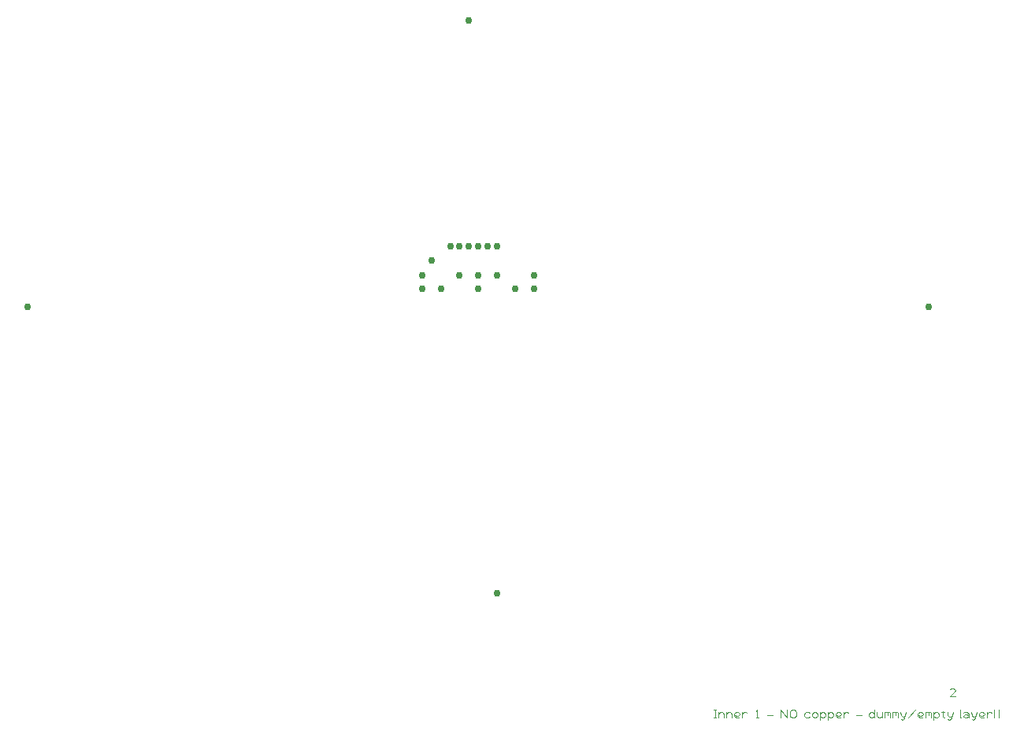
<source format=gbr>
G04 GENERATED BY PULSONIX 7.0 GERBER.DLL 4573*
%INHILLSTAR_95X60_4LAYER_EL_V1_0_2*%
%LNGERBER_INNER1*%
%FSLAX33Y33*%
%IPPOS*%
%LPD*%
%OFA0B0*%
%MOMM*%
%ADD15C,0.125*%
%ADD1893C,0.750*%
X0Y0D02*
D02*
D15*
X155591Y84852D02*
X155885Y84852D01*
X155738D02*
X155738Y85734D01*
X155591D02*
X155885Y85734D01*
X156128Y84852D02*
X156128Y85440D01*
Y85219D02*
X156202Y85367D01*
X156349Y85440*
X156496*
X156643Y85367*
X156716Y85219*
Y84852*
X156978D02*
X156978Y85440D01*
Y85219D02*
X157052Y85367D01*
X157199Y85440*
X157346*
X157493Y85367*
X157566Y85219*
Y84852*
X158416Y84925D02*
X158343Y84852D01*
X158196*
X158049*
X157902Y84925*
X157828Y85072*
Y85293*
X157902Y85367*
X158049Y85440*
X158196*
X158343Y85367*
X158416Y85293*
Y85219*
X158343Y85146*
X158196Y85072*
X158049*
X157902Y85146*
X157828Y85219*
X158678Y84852D02*
X158678Y85440D01*
Y85219D02*
X158752Y85367D01*
X158899Y85440*
X159046*
X159193Y85367*
X160138Y84852D02*
X160432Y84852D01*
X160285D02*
X160285Y85734D01*
X160138Y85587*
X161378Y85146D02*
X161966Y85146D01*
X162766Y84852D02*
X162766Y85734D01*
X163501Y84852*
Y85734*
X163778Y85146D02*
X163778Y85440D01*
X163852Y85587*
X163925Y85661*
X164072Y85734*
X164219*
X164366Y85661*
X164440Y85587*
X164513Y85440*
Y85146*
X164440Y84999*
X164366Y84925*
X164219Y84852*
X164072*
X163925Y84925*
X163852Y84999*
X163778Y85146*
X165916Y85367D02*
X165769Y85440D01*
X165549*
X165402Y85367*
X165328Y85219*
Y85072*
X165402Y84925*
X165549Y84852*
X165769*
X165916Y84925*
X166178Y85072D02*
X166252Y84925D01*
X166399Y84852*
X166546*
X166693Y84925*
X166766Y85072*
Y85219*
X166693Y85367*
X166546Y85440*
X166399*
X166252Y85367*
X166178Y85219*
Y85072*
X167028Y85440D02*
X167028Y84631D01*
Y85072D02*
X167102Y84925D01*
X167249Y84852*
X167396*
X167543Y84925*
X167616Y85072*
Y85219*
X167543Y85367*
X167396Y85440*
X167249*
X167102Y85367*
X167028Y85219*
Y85072*
X167878Y85440D02*
X167878Y84631D01*
Y85072D02*
X167952Y84925D01*
X168099Y84852*
X168246*
X168393Y84925*
X168466Y85072*
Y85219*
X168393Y85367*
X168246Y85440*
X168099*
X167952Y85367*
X167878Y85219*
Y85072*
X169316Y84925D02*
X169243Y84852D01*
X169096*
X168949*
X168802Y84925*
X168728Y85072*
Y85293*
X168802Y85367*
X168949Y85440*
X169096*
X169243Y85367*
X169316Y85293*
Y85219*
X169243Y85146*
X169096Y85072*
X168949*
X168802Y85146*
X168728Y85219*
X169578Y84852D02*
X169578Y85440D01*
Y85219D02*
X169652Y85367D01*
X169799Y85440*
X169946*
X170093Y85367*
X170891Y85146D02*
X171479Y85146D01*
X172866Y85219D02*
X172793Y85367D01*
X172646Y85440*
X172499*
X172352Y85367*
X172278Y85219*
Y85072*
X172352Y84925*
X172499Y84852*
X172646*
X172793Y84925*
X172866Y85072*
Y84852D02*
X172866Y85734D01*
X173128Y85440D02*
X173128Y85072D01*
X173202Y84925*
X173349Y84852*
X173496*
X173643Y84925*
X173716Y85072*
Y85440D02*
X173716Y84852D01*
X173978D02*
X173978Y85440D01*
Y85367D02*
X174052Y85440D01*
X174199*
X174272Y85367*
Y85146*
Y85367D02*
X174346Y85440D01*
X174493*
X174566Y85367*
Y84852*
X174828D02*
X174828Y85440D01*
Y85367D02*
X174902Y85440D01*
X175049*
X175122Y85367*
Y85146*
Y85367D02*
X175196Y85440D01*
X175343*
X175416Y85367*
Y84852*
X175678Y85440D02*
X175752Y85146D01*
X175899Y84999*
X176046*
X176193Y85146*
X176266Y85440*
X176193Y85146D02*
X176119Y84852D01*
X176046Y84705*
X175899Y84631*
X175752Y84705*
X176528Y84852D02*
X177263Y85734D01*
X178129Y84925D02*
X178055Y84852D01*
X177908*
X177761*
X177614Y84925*
X177541Y85072*
Y85293*
X177614Y85367*
X177761Y85440*
X177908*
X178055Y85367*
X178129Y85293*
Y85219*
X178055Y85146*
X177908Y85072*
X177761*
X177614Y85146*
X177541Y85219*
X178391Y84852D02*
X178391Y85440D01*
Y85367D02*
X178464Y85440D01*
X178611*
X178685Y85367*
Y85146*
Y85367D02*
X178758Y85440D01*
X178905*
X178979Y85367*
Y84852*
X179241Y85440D02*
X179241Y84631D01*
Y85072D02*
X179314Y84925D01*
X179461Y84852*
X179608*
X179755Y84925*
X179829Y85072*
Y85219*
X179755Y85367*
X179608Y85440*
X179461*
X179314Y85367*
X179241Y85219*
Y85072*
X180091Y85440D02*
X180385Y85440D01*
X180238Y85587D02*
X180238Y84925D01*
X180311Y84852*
X180385*
X180458Y84925*
X180716Y85440D02*
X180789Y85146D01*
X180936Y84999*
X181083*
X181230Y85146*
X181304Y85440*
X181230Y85146D02*
X181157Y84852D01*
X181083Y84705*
X180936Y84631*
X180789Y84705*
X182177Y84852D02*
X182103Y84852D01*
Y85734*
X182416Y85367D02*
X182563Y85440D01*
X182783*
X182930Y85367*
X183004Y85219*
Y84999*
X182930Y84925*
X182783Y84852*
X182636*
X182489Y84925*
X182416Y84999*
Y85072*
X182489Y85146*
X182636Y85219*
X182783*
X182930Y85146*
X183004Y85072*
Y84999D02*
X183004Y84852D01*
X183266Y85440D02*
X183339Y85146D01*
X183486Y84999*
X183633*
X183780Y85146*
X183854Y85440*
X183780Y85146D02*
X183707Y84852D01*
X183633Y84705*
X183486Y84631*
X183339Y84705*
X184704Y84925D02*
X184630Y84852D01*
X184483*
X184336*
X184189Y84925*
X184116Y85072*
Y85293*
X184189Y85367*
X184336Y85440*
X184483*
X184630Y85367*
X184704Y85293*
Y85219*
X184630Y85146*
X184483Y85072*
X184336*
X184189Y85146*
X184116Y85219*
X184966Y84852D02*
X184966Y85440D01*
Y85219D02*
X185039Y85367D01*
X185186Y85440*
X185333*
X185480Y85367*
X185741Y84852D02*
X185742Y84853D01*
Y84999D02*
X185741Y85734D01*
X186278Y84852D02*
X186279Y84853D01*
Y84999D02*
X186278Y85734D01*
X181579Y87152D02*
X180991Y87152D01*
X181505Y87667*
X181579Y87814*
X181505Y87961*
X181358Y88034*
X181138*
X180991Y87961*
D02*
D1893*
X81891Y129056D03*
X124291Y131056D03*
Y132456D03*
X125291Y134056D03*
X126291Y131056D03*
X127291Y135556D03*
X128291Y132456D03*
Y135556D03*
X129291D03*
Y159856D03*
X130291Y131056D03*
Y132456D03*
Y135556D03*
X131291D03*
X132291Y98256D03*
Y132456D03*
Y135556D03*
X134291Y131056D03*
X136291D03*
Y132456D03*
X178691Y129056D03*
X0Y0D02*
M02*

</source>
